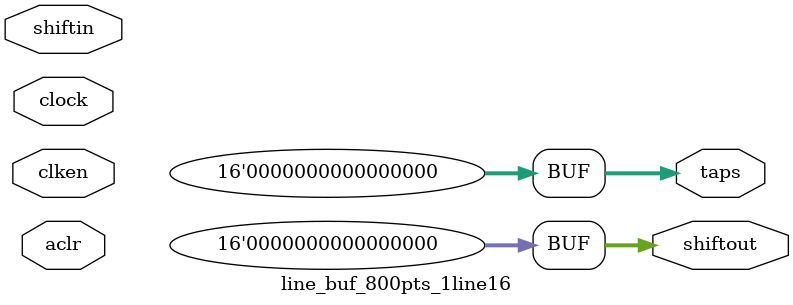
<source format=v>
module line_buf_800pts_1line16(	// file.cleaned.mlir:2:3
  input         aclr,	// file.cleaned.mlir:2:41
                clken,	// file.cleaned.mlir:2:56
                clock,	// file.cleaned.mlir:2:72
  input  [15:0] shiftin,	// file.cleaned.mlir:2:88
  output [15:0] shiftout,	// file.cleaned.mlir:2:108
                taps	// file.cleaned.mlir:2:128
);

  assign shiftout = 16'h0;	// file.cleaned.mlir:3:15, :4:5
  assign taps = 16'h0;	// file.cleaned.mlir:3:15, :4:5
endmodule


</source>
